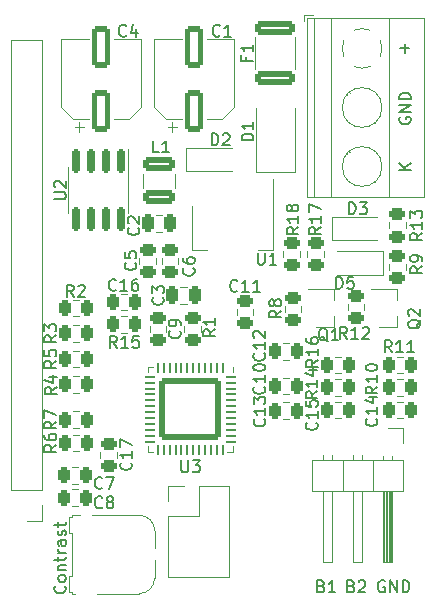
<source format=gto>
G04 #@! TF.GenerationSoftware,KiCad,Pcbnew,6.0.7-f9a2dced07~116~ubuntu20.04.1*
G04 #@! TF.CreationDate,2023-01-10T10:48:59+01:00*
G04 #@! TF.ProjectId,Td5Gauge_SMD_ESP32,54643547-6175-4676-955f-534d445f4553,rev?*
G04 #@! TF.SameCoordinates,Original*
G04 #@! TF.FileFunction,Legend,Top*
G04 #@! TF.FilePolarity,Positive*
%FSLAX46Y46*%
G04 Gerber Fmt 4.6, Leading zero omitted, Abs format (unit mm)*
G04 Created by KiCad (PCBNEW 6.0.7-f9a2dced07~116~ubuntu20.04.1) date 2023-01-10 10:48:59*
%MOMM*%
%LPD*%
G01*
G04 APERTURE LIST*
G04 Aperture macros list*
%AMRoundRect*
0 Rectangle with rounded corners*
0 $1 Rounding radius*
0 $2 $3 $4 $5 $6 $7 $8 $9 X,Y pos of 4 corners*
0 Add a 4 corners polygon primitive as box body*
4,1,4,$2,$3,$4,$5,$6,$7,$8,$9,$2,$3,0*
0 Add four circle primitives for the rounded corners*
1,1,$1+$1,$2,$3*
1,1,$1+$1,$4,$5*
1,1,$1+$1,$6,$7*
1,1,$1+$1,$8,$9*
0 Add four rect primitives between the rounded corners*
20,1,$1+$1,$2,$3,$4,$5,0*
20,1,$1+$1,$4,$5,$6,$7,0*
20,1,$1+$1,$6,$7,$8,$9,0*
20,1,$1+$1,$8,$9,$2,$3,0*%
G04 Aperture macros list end*
%ADD10C,0.200000*%
%ADD11C,0.150000*%
%ADD12C,0.120000*%
%ADD13R,1.550000X1.550000*%
%ADD14C,1.550000*%
%ADD15R,1.700000X1.700000*%
%ADD16O,1.700000X1.700000*%
%ADD17RoundRect,0.250000X0.550000X-1.500000X0.550000X1.500000X-0.550000X1.500000X-0.550000X-1.500000X0*%
%ADD18RoundRect,0.250000X0.250000X0.475000X-0.250000X0.475000X-0.250000X-0.475000X0.250000X-0.475000X0*%
%ADD19RoundRect,0.243750X-0.456250X0.243750X-0.456250X-0.243750X0.456250X-0.243750X0.456250X0.243750X0*%
%ADD20RoundRect,0.243750X0.243750X0.456250X-0.243750X0.456250X-0.243750X-0.456250X0.243750X-0.456250X0*%
%ADD21RoundRect,0.243750X0.456250X-0.243750X0.456250X0.243750X-0.456250X0.243750X-0.456250X-0.243750X0*%
%ADD22RoundRect,0.243750X-0.243750X-0.456250X0.243750X-0.456250X0.243750X0.456250X-0.243750X0.456250X0*%
%ADD23R,1.800000X2.500000*%
%ADD24R,1.100000X1.100000*%
%ADD25RoundRect,0.250000X-1.450000X0.312500X-1.450000X-0.312500X1.450000X-0.312500X1.450000X0.312500X0*%
%ADD26R,2.600000X2.600000*%
%ADD27C,2.600000*%
%ADD28R,0.900000X0.800000*%
%ADD29R,1.500000X2.000000*%
%ADD30R,3.800000X2.000000*%
%ADD31RoundRect,0.150000X-0.150000X0.825000X-0.150000X-0.825000X0.150000X-0.825000X0.150000X0.825000X0*%
%ADD32RoundRect,0.062500X-0.062500X0.337500X-0.062500X-0.337500X0.062500X-0.337500X0.062500X0.337500X0*%
%ADD33RoundRect,0.062500X-0.337500X0.062500X-0.337500X-0.062500X0.337500X-0.062500X0.337500X0.062500X0*%
%ADD34RoundRect,0.249100X-2.400900X2.400900X-2.400900X-2.400900X2.400900X-2.400900X2.400900X2.400900X0*%
%ADD35RoundRect,0.250000X-1.075000X0.375000X-1.075000X-0.375000X1.075000X-0.375000X1.075000X0.375000X0*%
%ADD36C,3.200000*%
G04 APERTURE END LIST*
D10*
X93575238Y-98734571D02*
X93718095Y-98782190D01*
X93765714Y-98829809D01*
X93813333Y-98925047D01*
X93813333Y-99067904D01*
X93765714Y-99163142D01*
X93718095Y-99210761D01*
X93622857Y-99258380D01*
X93241904Y-99258380D01*
X93241904Y-98258380D01*
X93575238Y-98258380D01*
X93670476Y-98306000D01*
X93718095Y-98353619D01*
X93765714Y-98448857D01*
X93765714Y-98544095D01*
X93718095Y-98639333D01*
X93670476Y-98686952D01*
X93575238Y-98734571D01*
X93241904Y-98734571D01*
X94194285Y-98353619D02*
X94241904Y-98306000D01*
X94337142Y-98258380D01*
X94575238Y-98258380D01*
X94670476Y-98306000D01*
X94718095Y-98353619D01*
X94765714Y-98448857D01*
X94765714Y-98544095D01*
X94718095Y-98686952D01*
X94146666Y-99258380D01*
X94765714Y-99258380D01*
X91035238Y-98734571D02*
X91178095Y-98782190D01*
X91225714Y-98829809D01*
X91273333Y-98925047D01*
X91273333Y-99067904D01*
X91225714Y-99163142D01*
X91178095Y-99210761D01*
X91082857Y-99258380D01*
X90701904Y-99258380D01*
X90701904Y-98258380D01*
X91035238Y-98258380D01*
X91130476Y-98306000D01*
X91178095Y-98353619D01*
X91225714Y-98448857D01*
X91225714Y-98544095D01*
X91178095Y-98639333D01*
X91130476Y-98686952D01*
X91035238Y-98734571D01*
X90701904Y-98734571D01*
X92225714Y-99258380D02*
X91654285Y-99258380D01*
X91940000Y-99258380D02*
X91940000Y-98258380D01*
X91844761Y-98401238D01*
X91749523Y-98496476D01*
X91654285Y-98544095D01*
X98623380Y-63507904D02*
X97623380Y-63507904D01*
X98623380Y-62936476D02*
X98051952Y-63365047D01*
X97623380Y-62936476D02*
X98194809Y-63507904D01*
X69318142Y-98726333D02*
X69365761Y-98773952D01*
X69413380Y-98916809D01*
X69413380Y-99012047D01*
X69365761Y-99154904D01*
X69270523Y-99250142D01*
X69175285Y-99297761D01*
X68984809Y-99345380D01*
X68841952Y-99345380D01*
X68651476Y-99297761D01*
X68556238Y-99250142D01*
X68461000Y-99154904D01*
X68413380Y-99012047D01*
X68413380Y-98916809D01*
X68461000Y-98773952D01*
X68508619Y-98726333D01*
X69413380Y-98154904D02*
X69365761Y-98250142D01*
X69318142Y-98297761D01*
X69222904Y-98345380D01*
X68937190Y-98345380D01*
X68841952Y-98297761D01*
X68794333Y-98250142D01*
X68746714Y-98154904D01*
X68746714Y-98012047D01*
X68794333Y-97916809D01*
X68841952Y-97869190D01*
X68937190Y-97821571D01*
X69222904Y-97821571D01*
X69318142Y-97869190D01*
X69365761Y-97916809D01*
X69413380Y-98012047D01*
X69413380Y-98154904D01*
X68746714Y-97393000D02*
X69413380Y-97393000D01*
X68841952Y-97393000D02*
X68794333Y-97345380D01*
X68746714Y-97250142D01*
X68746714Y-97107285D01*
X68794333Y-97012047D01*
X68889571Y-96964428D01*
X69413380Y-96964428D01*
X68746714Y-96631095D02*
X68746714Y-96250142D01*
X68413380Y-96488238D02*
X69270523Y-96488238D01*
X69365761Y-96440619D01*
X69413380Y-96345380D01*
X69413380Y-96250142D01*
X69413380Y-95916809D02*
X68746714Y-95916809D01*
X68937190Y-95916809D02*
X68841952Y-95869190D01*
X68794333Y-95821571D01*
X68746714Y-95726333D01*
X68746714Y-95631095D01*
X69413380Y-94869190D02*
X68889571Y-94869190D01*
X68794333Y-94916809D01*
X68746714Y-95012047D01*
X68746714Y-95202523D01*
X68794333Y-95297761D01*
X69365761Y-94869190D02*
X69413380Y-94964428D01*
X69413380Y-95202523D01*
X69365761Y-95297761D01*
X69270523Y-95345380D01*
X69175285Y-95345380D01*
X69080047Y-95297761D01*
X69032428Y-95202523D01*
X69032428Y-94964428D01*
X68984809Y-94869190D01*
X69365761Y-94440619D02*
X69413380Y-94345380D01*
X69413380Y-94154904D01*
X69365761Y-94059666D01*
X69270523Y-94012047D01*
X69222904Y-94012047D01*
X69127666Y-94059666D01*
X69080047Y-94154904D01*
X69080047Y-94297761D01*
X69032428Y-94393000D01*
X68937190Y-94440619D01*
X68889571Y-94440619D01*
X68794333Y-94393000D01*
X68746714Y-94297761D01*
X68746714Y-94154904D01*
X68794333Y-94059666D01*
X68746714Y-93726333D02*
X68746714Y-93345380D01*
X68413380Y-93583476D02*
X69270523Y-93583476D01*
X69365761Y-93535857D01*
X69413380Y-93440619D01*
X69413380Y-93345380D01*
X98115428Y-53593952D02*
X98115428Y-52832047D01*
X98496380Y-53213000D02*
X97734476Y-53213000D01*
X97671000Y-59054904D02*
X97623380Y-59150142D01*
X97623380Y-59293000D01*
X97671000Y-59435857D01*
X97766238Y-59531095D01*
X97861476Y-59578714D01*
X98051952Y-59626333D01*
X98194809Y-59626333D01*
X98385285Y-59578714D01*
X98480523Y-59531095D01*
X98575761Y-59435857D01*
X98623380Y-59293000D01*
X98623380Y-59197761D01*
X98575761Y-59054904D01*
X98528142Y-59007285D01*
X98194809Y-59007285D01*
X98194809Y-59197761D01*
X98623380Y-58578714D02*
X97623380Y-58578714D01*
X98623380Y-58007285D01*
X97623380Y-58007285D01*
X98623380Y-57531095D02*
X97623380Y-57531095D01*
X97623380Y-57293000D01*
X97671000Y-57150142D01*
X97766238Y-57054904D01*
X97861476Y-57007285D01*
X98051952Y-56959666D01*
X98194809Y-56959666D01*
X98385285Y-57007285D01*
X98480523Y-57054904D01*
X98575761Y-57150142D01*
X98623380Y-57293000D01*
X98623380Y-57531095D01*
X96393095Y-98306000D02*
X96297857Y-98258380D01*
X96155000Y-98258380D01*
X96012142Y-98306000D01*
X95916904Y-98401238D01*
X95869285Y-98496476D01*
X95821666Y-98686952D01*
X95821666Y-98829809D01*
X95869285Y-99020285D01*
X95916904Y-99115523D01*
X96012142Y-99210761D01*
X96155000Y-99258380D01*
X96250238Y-99258380D01*
X96393095Y-99210761D01*
X96440714Y-99163142D01*
X96440714Y-98829809D01*
X96250238Y-98829809D01*
X96869285Y-99258380D02*
X96869285Y-98258380D01*
X97440714Y-99258380D01*
X97440714Y-98258380D01*
X97916904Y-99258380D02*
X97916904Y-98258380D01*
X98155000Y-98258380D01*
X98297857Y-98306000D01*
X98393095Y-98401238D01*
X98440714Y-98496476D01*
X98488333Y-98686952D01*
X98488333Y-98829809D01*
X98440714Y-99020285D01*
X98393095Y-99115523D01*
X98297857Y-99210761D01*
X98155000Y-99258380D01*
X97916904Y-99258380D01*
D11*
X82446833Y-52109642D02*
X82399214Y-52157261D01*
X82256357Y-52204880D01*
X82161119Y-52204880D01*
X82018261Y-52157261D01*
X81923023Y-52062023D01*
X81875404Y-51966785D01*
X81827785Y-51776309D01*
X81827785Y-51633452D01*
X81875404Y-51442976D01*
X81923023Y-51347738D01*
X82018261Y-51252500D01*
X82161119Y-51204880D01*
X82256357Y-51204880D01*
X82399214Y-51252500D01*
X82446833Y-51300119D01*
X83399214Y-52204880D02*
X82827785Y-52204880D01*
X83113500Y-52204880D02*
X83113500Y-51204880D01*
X83018261Y-51347738D01*
X82923023Y-51442976D01*
X82827785Y-51490595D01*
X75541142Y-68391066D02*
X75588761Y-68438685D01*
X75636380Y-68581542D01*
X75636380Y-68676780D01*
X75588761Y-68819638D01*
X75493523Y-68914876D01*
X75398285Y-68962495D01*
X75207809Y-69010114D01*
X75064952Y-69010114D01*
X74874476Y-68962495D01*
X74779238Y-68914876D01*
X74684000Y-68819638D01*
X74636380Y-68676780D01*
X74636380Y-68581542D01*
X74684000Y-68438685D01*
X74731619Y-68391066D01*
X74731619Y-68010114D02*
X74684000Y-67962495D01*
X74636380Y-67867257D01*
X74636380Y-67629161D01*
X74684000Y-67533923D01*
X74731619Y-67486304D01*
X74826857Y-67438685D01*
X74922095Y-67438685D01*
X75064952Y-67486304D01*
X75636380Y-68057733D01*
X75636380Y-67438685D01*
X74509333Y-52109642D02*
X74461714Y-52157261D01*
X74318857Y-52204880D01*
X74223619Y-52204880D01*
X74080761Y-52157261D01*
X73985523Y-52062023D01*
X73937904Y-51966785D01*
X73890285Y-51776309D01*
X73890285Y-51633452D01*
X73937904Y-51442976D01*
X73985523Y-51347738D01*
X74080761Y-51252500D01*
X74223619Y-51204880D01*
X74318857Y-51204880D01*
X74461714Y-51252500D01*
X74509333Y-51300119D01*
X75366476Y-51538214D02*
X75366476Y-52204880D01*
X75128380Y-51157261D02*
X74890285Y-51871547D01*
X75509333Y-51871547D01*
X80214742Y-71820066D02*
X80262361Y-71867685D01*
X80309980Y-72010542D01*
X80309980Y-72105780D01*
X80262361Y-72248638D01*
X80167123Y-72343876D01*
X80071885Y-72391495D01*
X79881409Y-72439114D01*
X79738552Y-72439114D01*
X79548076Y-72391495D01*
X79452838Y-72343876D01*
X79357600Y-72248638D01*
X79309980Y-72105780D01*
X79309980Y-72010542D01*
X79357600Y-71867685D01*
X79405219Y-71820066D01*
X79309980Y-70962923D02*
X79309980Y-71153400D01*
X79357600Y-71248638D01*
X79405219Y-71296257D01*
X79548076Y-71391495D01*
X79738552Y-71439114D01*
X80119504Y-71439114D01*
X80214742Y-71391495D01*
X80262361Y-71343876D01*
X80309980Y-71248638D01*
X80309980Y-71058161D01*
X80262361Y-70962923D01*
X80214742Y-70915304D01*
X80119504Y-70867685D01*
X79881409Y-70867685D01*
X79786171Y-70915304D01*
X79738552Y-70962923D01*
X79690933Y-71058161D01*
X79690933Y-71248638D01*
X79738552Y-71343876D01*
X79786171Y-71391495D01*
X79881409Y-71439114D01*
X72477333Y-90400142D02*
X72429714Y-90447761D01*
X72286857Y-90495380D01*
X72191619Y-90495380D01*
X72048761Y-90447761D01*
X71953523Y-90352523D01*
X71905904Y-90257285D01*
X71858285Y-90066809D01*
X71858285Y-89923952D01*
X71905904Y-89733476D01*
X71953523Y-89638238D01*
X72048761Y-89543000D01*
X72191619Y-89495380D01*
X72286857Y-89495380D01*
X72429714Y-89543000D01*
X72477333Y-89590619D01*
X72810666Y-89495380D02*
X73477333Y-89495380D01*
X73048761Y-90495380D01*
X79033642Y-77128666D02*
X79081261Y-77176285D01*
X79128880Y-77319142D01*
X79128880Y-77414380D01*
X79081261Y-77557238D01*
X78986023Y-77652476D01*
X78890785Y-77700095D01*
X78700309Y-77747714D01*
X78557452Y-77747714D01*
X78366976Y-77700095D01*
X78271738Y-77652476D01*
X78176500Y-77557238D01*
X78128880Y-77414380D01*
X78128880Y-77319142D01*
X78176500Y-77176285D01*
X78224119Y-77128666D01*
X79128880Y-76652476D02*
X79128880Y-76462000D01*
X79081261Y-76366761D01*
X79033642Y-76319142D01*
X78890785Y-76223904D01*
X78700309Y-76176285D01*
X78319357Y-76176285D01*
X78224119Y-76223904D01*
X78176500Y-76271523D01*
X78128880Y-76366761D01*
X78128880Y-76557238D01*
X78176500Y-76652476D01*
X78224119Y-76700095D01*
X78319357Y-76747714D01*
X78557452Y-76747714D01*
X78652690Y-76700095D01*
X78700309Y-76652476D01*
X78747928Y-76557238D01*
X78747928Y-76366761D01*
X78700309Y-76271523D01*
X78652690Y-76223904D01*
X78557452Y-76176285D01*
X86183742Y-81846657D02*
X86231361Y-81894276D01*
X86278980Y-82037133D01*
X86278980Y-82132371D01*
X86231361Y-82275228D01*
X86136123Y-82370466D01*
X86040885Y-82418085D01*
X85850409Y-82465704D01*
X85707552Y-82465704D01*
X85517076Y-82418085D01*
X85421838Y-82370466D01*
X85326600Y-82275228D01*
X85278980Y-82132371D01*
X85278980Y-82037133D01*
X85326600Y-81894276D01*
X85374219Y-81846657D01*
X86278980Y-80894276D02*
X86278980Y-81465704D01*
X86278980Y-81179990D02*
X85278980Y-81179990D01*
X85421838Y-81275228D01*
X85517076Y-81370466D01*
X85564695Y-81465704D01*
X85278980Y-80275228D02*
X85278980Y-80179990D01*
X85326600Y-80084752D01*
X85374219Y-80037133D01*
X85469457Y-79989514D01*
X85659933Y-79941895D01*
X85898028Y-79941895D01*
X86088504Y-79989514D01*
X86183742Y-80037133D01*
X86231361Y-80084752D01*
X86278980Y-80179990D01*
X86278980Y-80275228D01*
X86231361Y-80370466D01*
X86183742Y-80418085D01*
X86088504Y-80465704D01*
X85898028Y-80513323D01*
X85659933Y-80513323D01*
X85469457Y-80465704D01*
X85374219Y-80418085D01*
X85326600Y-80370466D01*
X85278980Y-80275228D01*
X83939142Y-73712342D02*
X83891523Y-73759961D01*
X83748666Y-73807580D01*
X83653428Y-73807580D01*
X83510571Y-73759961D01*
X83415333Y-73664723D01*
X83367714Y-73569485D01*
X83320095Y-73379009D01*
X83320095Y-73236152D01*
X83367714Y-73045676D01*
X83415333Y-72950438D01*
X83510571Y-72855200D01*
X83653428Y-72807580D01*
X83748666Y-72807580D01*
X83891523Y-72855200D01*
X83939142Y-72902819D01*
X84891523Y-73807580D02*
X84320095Y-73807580D01*
X84605809Y-73807580D02*
X84605809Y-72807580D01*
X84510571Y-72950438D01*
X84415333Y-73045676D01*
X84320095Y-73093295D01*
X85843904Y-73807580D02*
X85272476Y-73807580D01*
X85558190Y-73807580D02*
X85558190Y-72807580D01*
X85462952Y-72950438D01*
X85367714Y-73045676D01*
X85272476Y-73093295D01*
X86183742Y-79027257D02*
X86231361Y-79074876D01*
X86278980Y-79217733D01*
X86278980Y-79312971D01*
X86231361Y-79455828D01*
X86136123Y-79551066D01*
X86040885Y-79598685D01*
X85850409Y-79646304D01*
X85707552Y-79646304D01*
X85517076Y-79598685D01*
X85421838Y-79551066D01*
X85326600Y-79455828D01*
X85278980Y-79312971D01*
X85278980Y-79217733D01*
X85326600Y-79074876D01*
X85374219Y-79027257D01*
X86278980Y-78074876D02*
X86278980Y-78646304D01*
X86278980Y-78360590D02*
X85278980Y-78360590D01*
X85421838Y-78455828D01*
X85517076Y-78551066D01*
X85564695Y-78646304D01*
X85374219Y-77693923D02*
X85326600Y-77646304D01*
X85278980Y-77551066D01*
X85278980Y-77312971D01*
X85326600Y-77217733D01*
X85374219Y-77170114D01*
X85469457Y-77122495D01*
X85564695Y-77122495D01*
X85707552Y-77170114D01*
X86278980Y-77741542D01*
X86278980Y-77122495D01*
X86209142Y-84589857D02*
X86256761Y-84637476D01*
X86304380Y-84780333D01*
X86304380Y-84875571D01*
X86256761Y-85018428D01*
X86161523Y-85113666D01*
X86066285Y-85161285D01*
X85875809Y-85208904D01*
X85732952Y-85208904D01*
X85542476Y-85161285D01*
X85447238Y-85113666D01*
X85352000Y-85018428D01*
X85304380Y-84875571D01*
X85304380Y-84780333D01*
X85352000Y-84637476D01*
X85399619Y-84589857D01*
X86304380Y-83637476D02*
X86304380Y-84208904D01*
X86304380Y-83923190D02*
X85304380Y-83923190D01*
X85447238Y-84018428D01*
X85542476Y-84113666D01*
X85590095Y-84208904D01*
X85304380Y-83304142D02*
X85304380Y-82685095D01*
X85685333Y-83018428D01*
X85685333Y-82875571D01*
X85732952Y-82780333D01*
X85780571Y-82732714D01*
X85875809Y-82685095D01*
X86113904Y-82685095D01*
X86209142Y-82732714D01*
X86256761Y-82780333D01*
X86304380Y-82875571D01*
X86304380Y-83161285D01*
X86256761Y-83256523D01*
X86209142Y-83304142D01*
X95683342Y-84564457D02*
X95730961Y-84612076D01*
X95778580Y-84754933D01*
X95778580Y-84850171D01*
X95730961Y-84993028D01*
X95635723Y-85088266D01*
X95540485Y-85135885D01*
X95350009Y-85183504D01*
X95207152Y-85183504D01*
X95016676Y-85135885D01*
X94921438Y-85088266D01*
X94826200Y-84993028D01*
X94778580Y-84850171D01*
X94778580Y-84754933D01*
X94826200Y-84612076D01*
X94873819Y-84564457D01*
X95778580Y-83612076D02*
X95778580Y-84183504D01*
X95778580Y-83897790D02*
X94778580Y-83897790D01*
X94921438Y-83993028D01*
X95016676Y-84088266D01*
X95064295Y-84183504D01*
X95111914Y-82754933D02*
X95778580Y-82754933D01*
X94730961Y-82993028D02*
X95445247Y-83231123D01*
X95445247Y-82612076D01*
X90628742Y-84894657D02*
X90676361Y-84942276D01*
X90723980Y-85085133D01*
X90723980Y-85180371D01*
X90676361Y-85323228D01*
X90581123Y-85418466D01*
X90485885Y-85466085D01*
X90295409Y-85513704D01*
X90152552Y-85513704D01*
X89962076Y-85466085D01*
X89866838Y-85418466D01*
X89771600Y-85323228D01*
X89723980Y-85180371D01*
X89723980Y-85085133D01*
X89771600Y-84942276D01*
X89819219Y-84894657D01*
X90723980Y-83942276D02*
X90723980Y-84513704D01*
X90723980Y-84227990D02*
X89723980Y-84227990D01*
X89866838Y-84323228D01*
X89962076Y-84418466D01*
X90009695Y-84513704D01*
X89723980Y-83037514D02*
X89723980Y-83513704D01*
X90200171Y-83561323D01*
X90152552Y-83513704D01*
X90104933Y-83418466D01*
X90104933Y-83180371D01*
X90152552Y-83085133D01*
X90200171Y-83037514D01*
X90295409Y-82989895D01*
X90533504Y-82989895D01*
X90628742Y-83037514D01*
X90676361Y-83085133D01*
X90723980Y-83180371D01*
X90723980Y-83418466D01*
X90676361Y-83513704D01*
X90628742Y-83561323D01*
X73652142Y-73636142D02*
X73604523Y-73683761D01*
X73461666Y-73731380D01*
X73366428Y-73731380D01*
X73223571Y-73683761D01*
X73128333Y-73588523D01*
X73080714Y-73493285D01*
X73033095Y-73302809D01*
X73033095Y-73159952D01*
X73080714Y-72969476D01*
X73128333Y-72874238D01*
X73223571Y-72779000D01*
X73366428Y-72731380D01*
X73461666Y-72731380D01*
X73604523Y-72779000D01*
X73652142Y-72826619D01*
X74604523Y-73731380D02*
X74033095Y-73731380D01*
X74318809Y-73731380D02*
X74318809Y-72731380D01*
X74223571Y-72874238D01*
X74128333Y-72969476D01*
X74033095Y-73017095D01*
X75461666Y-72731380D02*
X75271190Y-72731380D01*
X75175952Y-72779000D01*
X75128333Y-72826619D01*
X75033095Y-72969476D01*
X74985476Y-73159952D01*
X74985476Y-73540904D01*
X75033095Y-73636142D01*
X75080714Y-73683761D01*
X75175952Y-73731380D01*
X75366428Y-73731380D01*
X75461666Y-73683761D01*
X75509285Y-73636142D01*
X75556904Y-73540904D01*
X75556904Y-73302809D01*
X75509285Y-73207571D01*
X75461666Y-73159952D01*
X75366428Y-73112333D01*
X75175952Y-73112333D01*
X75080714Y-73159952D01*
X75033095Y-73207571D01*
X74985476Y-73302809D01*
X85288380Y-60999595D02*
X84288380Y-60999595D01*
X84288380Y-60761500D01*
X84336000Y-60618642D01*
X84431238Y-60523404D01*
X84526476Y-60475785D01*
X84716952Y-60428166D01*
X84859809Y-60428166D01*
X85050285Y-60475785D01*
X85145523Y-60523404D01*
X85240761Y-60618642D01*
X85288380Y-60761500D01*
X85288380Y-60999595D01*
X85288380Y-59475785D02*
X85288380Y-60047214D01*
X85288380Y-59761500D02*
X84288380Y-59761500D01*
X84431238Y-59856738D01*
X84526476Y-59951976D01*
X84574095Y-60047214D01*
X81748404Y-61412380D02*
X81748404Y-60412380D01*
X81986500Y-60412380D01*
X82129357Y-60460000D01*
X82224595Y-60555238D01*
X82272214Y-60650476D01*
X82319833Y-60840952D01*
X82319833Y-60983809D01*
X82272214Y-61174285D01*
X82224595Y-61269523D01*
X82129357Y-61364761D01*
X81986500Y-61412380D01*
X81748404Y-61412380D01*
X82700785Y-60507619D02*
X82748404Y-60460000D01*
X82843642Y-60412380D01*
X83081738Y-60412380D01*
X83176976Y-60460000D01*
X83224595Y-60507619D01*
X83272214Y-60602857D01*
X83272214Y-60698095D01*
X83224595Y-60840952D01*
X82653166Y-61412380D01*
X83272214Y-61412380D01*
X92276704Y-73553580D02*
X92276704Y-72553580D01*
X92514800Y-72553580D01*
X92657657Y-72601200D01*
X92752895Y-72696438D01*
X92800514Y-72791676D01*
X92848133Y-72982152D01*
X92848133Y-73125009D01*
X92800514Y-73315485D01*
X92752895Y-73410723D01*
X92657657Y-73505961D01*
X92514800Y-73553580D01*
X92276704Y-73553580D01*
X93752895Y-72553580D02*
X93276704Y-72553580D01*
X93229085Y-73029771D01*
X93276704Y-72982152D01*
X93371942Y-72934533D01*
X93610038Y-72934533D01*
X93705276Y-72982152D01*
X93752895Y-73029771D01*
X93800514Y-73125009D01*
X93800514Y-73363104D01*
X93752895Y-73458342D01*
X93705276Y-73505961D01*
X93610038Y-73553580D01*
X93371942Y-73553580D01*
X93276704Y-73505961D01*
X93229085Y-73458342D01*
X84701071Y-53927333D02*
X84701071Y-54260666D01*
X85224880Y-54260666D02*
X84224880Y-54260666D01*
X84224880Y-53784476D01*
X85224880Y-52879714D02*
X85224880Y-53451142D01*
X85224880Y-53165428D02*
X84224880Y-53165428D01*
X84367738Y-53260666D01*
X84462976Y-53355904D01*
X84510595Y-53451142D01*
X91573361Y-78017619D02*
X91478123Y-77970000D01*
X91382885Y-77874761D01*
X91240028Y-77731904D01*
X91144790Y-77684285D01*
X91049552Y-77684285D01*
X91097171Y-77922380D02*
X91001933Y-77874761D01*
X90906695Y-77779523D01*
X90859076Y-77589047D01*
X90859076Y-77255714D01*
X90906695Y-77065238D01*
X91001933Y-76970000D01*
X91097171Y-76922380D01*
X91287647Y-76922380D01*
X91382885Y-76970000D01*
X91478123Y-77065238D01*
X91525742Y-77255714D01*
X91525742Y-77589047D01*
X91478123Y-77779523D01*
X91382885Y-77874761D01*
X91287647Y-77922380D01*
X91097171Y-77922380D01*
X92478123Y-77922380D02*
X91906695Y-77922380D01*
X92192409Y-77922380D02*
X92192409Y-76922380D01*
X92097171Y-77065238D01*
X92001933Y-77160476D01*
X91906695Y-77208095D01*
X68587880Y-77509666D02*
X68111690Y-77843000D01*
X68587880Y-78081095D02*
X67587880Y-78081095D01*
X67587880Y-77700142D01*
X67635500Y-77604904D01*
X67683119Y-77557285D01*
X67778357Y-77509666D01*
X67921214Y-77509666D01*
X68016452Y-77557285D01*
X68064071Y-77604904D01*
X68111690Y-77700142D01*
X68111690Y-78081095D01*
X67587880Y-77176333D02*
X67587880Y-76557285D01*
X67968833Y-76890619D01*
X67968833Y-76747761D01*
X68016452Y-76652523D01*
X68064071Y-76604904D01*
X68159309Y-76557285D01*
X68397404Y-76557285D01*
X68492642Y-76604904D01*
X68540261Y-76652523D01*
X68587880Y-76747761D01*
X68587880Y-77033476D01*
X68540261Y-77128714D01*
X68492642Y-77176333D01*
X68587880Y-79668666D02*
X68111690Y-80002000D01*
X68587880Y-80240095D02*
X67587880Y-80240095D01*
X67587880Y-79859142D01*
X67635500Y-79763904D01*
X67683119Y-79716285D01*
X67778357Y-79668666D01*
X67921214Y-79668666D01*
X68016452Y-79716285D01*
X68064071Y-79763904D01*
X68111690Y-79859142D01*
X68111690Y-80240095D01*
X67587880Y-78763904D02*
X67587880Y-79240095D01*
X68064071Y-79287714D01*
X68016452Y-79240095D01*
X67968833Y-79144857D01*
X67968833Y-78906761D01*
X68016452Y-78811523D01*
X68064071Y-78763904D01*
X68159309Y-78716285D01*
X68397404Y-78716285D01*
X68492642Y-78763904D01*
X68540261Y-78811523D01*
X68587880Y-78906761D01*
X68587880Y-79144857D01*
X68540261Y-79240095D01*
X68492642Y-79287714D01*
X68587880Y-84812166D02*
X68111690Y-85145500D01*
X68587880Y-85383595D02*
X67587880Y-85383595D01*
X67587880Y-85002642D01*
X67635500Y-84907404D01*
X67683119Y-84859785D01*
X67778357Y-84812166D01*
X67921214Y-84812166D01*
X68016452Y-84859785D01*
X68064071Y-84907404D01*
X68111690Y-85002642D01*
X68111690Y-85383595D01*
X67587880Y-84478833D02*
X67587880Y-83812166D01*
X68587880Y-84240738D01*
X87637880Y-75414166D02*
X87161690Y-75747500D01*
X87637880Y-75985595D02*
X86637880Y-75985595D01*
X86637880Y-75604642D01*
X86685500Y-75509404D01*
X86733119Y-75461785D01*
X86828357Y-75414166D01*
X86971214Y-75414166D01*
X87066452Y-75461785D01*
X87114071Y-75509404D01*
X87161690Y-75604642D01*
X87161690Y-75985595D01*
X87066452Y-74842738D02*
X87018833Y-74937976D01*
X86971214Y-74985595D01*
X86875976Y-75033214D01*
X86828357Y-75033214D01*
X86733119Y-74985595D01*
X86685500Y-74937976D01*
X86637880Y-74842738D01*
X86637880Y-74652261D01*
X86685500Y-74557023D01*
X86733119Y-74509404D01*
X86828357Y-74461785D01*
X86875976Y-74461785D01*
X86971214Y-74509404D01*
X87018833Y-74557023D01*
X87066452Y-74652261D01*
X87066452Y-74842738D01*
X87114071Y-74937976D01*
X87161690Y-74985595D01*
X87256928Y-75033214D01*
X87447404Y-75033214D01*
X87542642Y-74985595D01*
X87590261Y-74937976D01*
X87637880Y-74842738D01*
X87637880Y-74652261D01*
X87590261Y-74557023D01*
X87542642Y-74509404D01*
X87447404Y-74461785D01*
X87256928Y-74461785D01*
X87161690Y-74509404D01*
X87114071Y-74557023D01*
X87066452Y-74652261D01*
X99575880Y-71667666D02*
X99099690Y-72001000D01*
X99575880Y-72239095D02*
X98575880Y-72239095D01*
X98575880Y-71858142D01*
X98623500Y-71762904D01*
X98671119Y-71715285D01*
X98766357Y-71667666D01*
X98909214Y-71667666D01*
X99004452Y-71715285D01*
X99052071Y-71762904D01*
X99099690Y-71858142D01*
X99099690Y-72239095D01*
X99575880Y-71191476D02*
X99575880Y-71001000D01*
X99528261Y-70905761D01*
X99480642Y-70858142D01*
X99337785Y-70762904D01*
X99147309Y-70715285D01*
X98766357Y-70715285D01*
X98671119Y-70762904D01*
X98623500Y-70810523D01*
X98575880Y-70905761D01*
X98575880Y-71096238D01*
X98623500Y-71191476D01*
X98671119Y-71239095D01*
X98766357Y-71286714D01*
X99004452Y-71286714D01*
X99099690Y-71239095D01*
X99147309Y-71191476D01*
X99194928Y-71096238D01*
X99194928Y-70905761D01*
X99147309Y-70810523D01*
X99099690Y-70762904D01*
X99004452Y-70715285D01*
X95778580Y-81846657D02*
X95302390Y-82179990D01*
X95778580Y-82418085D02*
X94778580Y-82418085D01*
X94778580Y-82037133D01*
X94826200Y-81941895D01*
X94873819Y-81894276D01*
X94969057Y-81846657D01*
X95111914Y-81846657D01*
X95207152Y-81894276D01*
X95254771Y-81941895D01*
X95302390Y-82037133D01*
X95302390Y-82418085D01*
X95778580Y-80894276D02*
X95778580Y-81465704D01*
X95778580Y-81179990D02*
X94778580Y-81179990D01*
X94921438Y-81275228D01*
X95016676Y-81370466D01*
X95064295Y-81465704D01*
X94778580Y-80275228D02*
X94778580Y-80179990D01*
X94826200Y-80084752D01*
X94873819Y-80037133D01*
X94969057Y-79989514D01*
X95159533Y-79941895D01*
X95397628Y-79941895D01*
X95588104Y-79989514D01*
X95683342Y-80037133D01*
X95730961Y-80084752D01*
X95778580Y-80179990D01*
X95778580Y-80275228D01*
X95730961Y-80370466D01*
X95683342Y-80418085D01*
X95588104Y-80465704D01*
X95397628Y-80513323D01*
X95159533Y-80513323D01*
X94969057Y-80465704D01*
X94873819Y-80418085D01*
X94826200Y-80370466D01*
X94778580Y-80275228D01*
X96994742Y-78938380D02*
X96661409Y-78462190D01*
X96423314Y-78938380D02*
X96423314Y-77938380D01*
X96804266Y-77938380D01*
X96899504Y-77986000D01*
X96947123Y-78033619D01*
X96994742Y-78128857D01*
X96994742Y-78271714D01*
X96947123Y-78366952D01*
X96899504Y-78414571D01*
X96804266Y-78462190D01*
X96423314Y-78462190D01*
X97947123Y-78938380D02*
X97375695Y-78938380D01*
X97661409Y-78938380D02*
X97661409Y-77938380D01*
X97566171Y-78081238D01*
X97470933Y-78176476D01*
X97375695Y-78224095D01*
X98899504Y-78938380D02*
X98328076Y-78938380D01*
X98613790Y-78938380D02*
X98613790Y-77938380D01*
X98518552Y-78081238D01*
X98423314Y-78176476D01*
X98328076Y-78224095D01*
X93210142Y-77795380D02*
X92876809Y-77319190D01*
X92638714Y-77795380D02*
X92638714Y-76795380D01*
X93019666Y-76795380D01*
X93114904Y-76843000D01*
X93162523Y-76890619D01*
X93210142Y-76985857D01*
X93210142Y-77128714D01*
X93162523Y-77223952D01*
X93114904Y-77271571D01*
X93019666Y-77319190D01*
X92638714Y-77319190D01*
X94162523Y-77795380D02*
X93591095Y-77795380D01*
X93876809Y-77795380D02*
X93876809Y-76795380D01*
X93781571Y-76938238D01*
X93686333Y-77033476D01*
X93591095Y-77081095D01*
X94543476Y-76890619D02*
X94591095Y-76843000D01*
X94686333Y-76795380D01*
X94924428Y-76795380D01*
X95019666Y-76843000D01*
X95067285Y-76890619D01*
X95114904Y-76985857D01*
X95114904Y-77081095D01*
X95067285Y-77223952D01*
X94495857Y-77795380D01*
X95114904Y-77795380D01*
X90698580Y-82253057D02*
X90222390Y-82586390D01*
X90698580Y-82824485D02*
X89698580Y-82824485D01*
X89698580Y-82443533D01*
X89746200Y-82348295D01*
X89793819Y-82300676D01*
X89889057Y-82253057D01*
X90031914Y-82253057D01*
X90127152Y-82300676D01*
X90174771Y-82348295D01*
X90222390Y-82443533D01*
X90222390Y-82824485D01*
X90698580Y-81300676D02*
X90698580Y-81872104D01*
X90698580Y-81586390D02*
X89698580Y-81586390D01*
X89841438Y-81681628D01*
X89936676Y-81776866D01*
X89984295Y-81872104D01*
X90031914Y-80443533D02*
X90698580Y-80443533D01*
X89650961Y-80681628D02*
X90365247Y-80919723D01*
X90365247Y-80300676D01*
X73715642Y-78557380D02*
X73382309Y-78081190D01*
X73144214Y-78557380D02*
X73144214Y-77557380D01*
X73525166Y-77557380D01*
X73620404Y-77605000D01*
X73668023Y-77652619D01*
X73715642Y-77747857D01*
X73715642Y-77890714D01*
X73668023Y-77985952D01*
X73620404Y-78033571D01*
X73525166Y-78081190D01*
X73144214Y-78081190D01*
X74668023Y-78557380D02*
X74096595Y-78557380D01*
X74382309Y-78557380D02*
X74382309Y-77557380D01*
X74287071Y-77700238D01*
X74191833Y-77795476D01*
X74096595Y-77843095D01*
X75572785Y-77557380D02*
X75096595Y-77557380D01*
X75048976Y-78033571D01*
X75096595Y-77985952D01*
X75191833Y-77938333D01*
X75429928Y-77938333D01*
X75525166Y-77985952D01*
X75572785Y-78033571D01*
X75620404Y-78128809D01*
X75620404Y-78366904D01*
X75572785Y-78462142D01*
X75525166Y-78509761D01*
X75429928Y-78557380D01*
X75191833Y-78557380D01*
X75096595Y-78509761D01*
X75048976Y-78462142D01*
X90749380Y-79573357D02*
X90273190Y-79906690D01*
X90749380Y-80144785D02*
X89749380Y-80144785D01*
X89749380Y-79763833D01*
X89797000Y-79668595D01*
X89844619Y-79620976D01*
X89939857Y-79573357D01*
X90082714Y-79573357D01*
X90177952Y-79620976D01*
X90225571Y-79668595D01*
X90273190Y-79763833D01*
X90273190Y-80144785D01*
X90749380Y-78620976D02*
X90749380Y-79192404D01*
X90749380Y-78906690D02*
X89749380Y-78906690D01*
X89892238Y-79001928D01*
X89987476Y-79097166D01*
X90035095Y-79192404D01*
X89749380Y-77763833D02*
X89749380Y-77954309D01*
X89797000Y-78049547D01*
X89844619Y-78097166D01*
X89987476Y-78192404D01*
X90177952Y-78240023D01*
X90558904Y-78240023D01*
X90654142Y-78192404D01*
X90701761Y-78144785D01*
X90749380Y-78049547D01*
X90749380Y-77859071D01*
X90701761Y-77763833D01*
X90654142Y-77716214D01*
X90558904Y-77668595D01*
X90320809Y-77668595D01*
X90225571Y-77716214D01*
X90177952Y-77763833D01*
X90130333Y-77859071D01*
X90130333Y-78049547D01*
X90177952Y-78144785D01*
X90225571Y-78192404D01*
X90320809Y-78240023D01*
X91003380Y-68333857D02*
X90527190Y-68667190D01*
X91003380Y-68905285D02*
X90003380Y-68905285D01*
X90003380Y-68524333D01*
X90051000Y-68429095D01*
X90098619Y-68381476D01*
X90193857Y-68333857D01*
X90336714Y-68333857D01*
X90431952Y-68381476D01*
X90479571Y-68429095D01*
X90527190Y-68524333D01*
X90527190Y-68905285D01*
X91003380Y-67381476D02*
X91003380Y-67952904D01*
X91003380Y-67667190D02*
X90003380Y-67667190D01*
X90146238Y-67762428D01*
X90241476Y-67857666D01*
X90289095Y-67952904D01*
X90003380Y-67048142D02*
X90003380Y-66381476D01*
X91003380Y-66810047D01*
X89098380Y-68333857D02*
X88622190Y-68667190D01*
X89098380Y-68905285D02*
X88098380Y-68905285D01*
X88098380Y-68524333D01*
X88146000Y-68429095D01*
X88193619Y-68381476D01*
X88288857Y-68333857D01*
X88431714Y-68333857D01*
X88526952Y-68381476D01*
X88574571Y-68429095D01*
X88622190Y-68524333D01*
X88622190Y-68905285D01*
X89098380Y-67381476D02*
X89098380Y-67952904D01*
X89098380Y-67667190D02*
X88098380Y-67667190D01*
X88241238Y-67762428D01*
X88336476Y-67857666D01*
X88384095Y-67952904D01*
X88526952Y-66810047D02*
X88479333Y-66905285D01*
X88431714Y-66952904D01*
X88336476Y-67000523D01*
X88288857Y-67000523D01*
X88193619Y-66952904D01*
X88146000Y-66905285D01*
X88098380Y-66810047D01*
X88098380Y-66619571D01*
X88146000Y-66524333D01*
X88193619Y-66476714D01*
X88288857Y-66429095D01*
X88336476Y-66429095D01*
X88431714Y-66476714D01*
X88479333Y-66524333D01*
X88526952Y-66619571D01*
X88526952Y-66810047D01*
X88574571Y-66905285D01*
X88622190Y-66952904D01*
X88717428Y-67000523D01*
X88907904Y-67000523D01*
X89003142Y-66952904D01*
X89050761Y-66905285D01*
X89098380Y-66810047D01*
X89098380Y-66619571D01*
X89050761Y-66524333D01*
X89003142Y-66476714D01*
X88907904Y-66429095D01*
X88717428Y-66429095D01*
X88622190Y-66476714D01*
X88574571Y-66524333D01*
X88526952Y-66619571D01*
X85661595Y-70508880D02*
X85661595Y-71318404D01*
X85709214Y-71413642D01*
X85756833Y-71461261D01*
X85852071Y-71508880D01*
X86042547Y-71508880D01*
X86137785Y-71461261D01*
X86185404Y-71413642D01*
X86233023Y-71318404D01*
X86233023Y-70508880D01*
X87233023Y-71508880D02*
X86661595Y-71508880D01*
X86947309Y-71508880D02*
X86947309Y-70508880D01*
X86852071Y-70651738D01*
X86756833Y-70746976D01*
X86661595Y-70794595D01*
X68413380Y-65976404D02*
X69222904Y-65976404D01*
X69318142Y-65928785D01*
X69365761Y-65881166D01*
X69413380Y-65785928D01*
X69413380Y-65595452D01*
X69365761Y-65500214D01*
X69318142Y-65452595D01*
X69222904Y-65404976D01*
X68413380Y-65404976D01*
X68508619Y-64976404D02*
X68461000Y-64928785D01*
X68413380Y-64833547D01*
X68413380Y-64595452D01*
X68461000Y-64500214D01*
X68508619Y-64452595D01*
X68603857Y-64404976D01*
X68699095Y-64404976D01*
X68841952Y-64452595D01*
X69413380Y-65024023D01*
X69413380Y-64404976D01*
X79184595Y-88098380D02*
X79184595Y-88907904D01*
X79232214Y-89003142D01*
X79279833Y-89050761D01*
X79375071Y-89098380D01*
X79565547Y-89098380D01*
X79660785Y-89050761D01*
X79708404Y-89003142D01*
X79756023Y-88907904D01*
X79756023Y-88098380D01*
X80136976Y-88098380D02*
X80756023Y-88098380D01*
X80422690Y-88479333D01*
X80565547Y-88479333D01*
X80660785Y-88526952D01*
X80708404Y-88574571D01*
X80756023Y-88669809D01*
X80756023Y-88907904D01*
X80708404Y-89003142D01*
X80660785Y-89050761D01*
X80565547Y-89098380D01*
X80279833Y-89098380D01*
X80184595Y-89050761D01*
X80136976Y-89003142D01*
X99480619Y-76193638D02*
X99433000Y-76288876D01*
X99337761Y-76384114D01*
X99194904Y-76526971D01*
X99147285Y-76622209D01*
X99147285Y-76717447D01*
X99385380Y-76669828D02*
X99337761Y-76765066D01*
X99242523Y-76860304D01*
X99052047Y-76907923D01*
X98718714Y-76907923D01*
X98528238Y-76860304D01*
X98433000Y-76765066D01*
X98385380Y-76669828D01*
X98385380Y-76479352D01*
X98433000Y-76384114D01*
X98528238Y-76288876D01*
X98718714Y-76241257D01*
X99052047Y-76241257D01*
X99242523Y-76288876D01*
X99337761Y-76384114D01*
X99385380Y-76479352D01*
X99385380Y-76669828D01*
X98480619Y-75860304D02*
X98433000Y-75812685D01*
X98385380Y-75717447D01*
X98385380Y-75479352D01*
X98433000Y-75384114D01*
X98480619Y-75336495D01*
X98575857Y-75288876D01*
X98671095Y-75288876D01*
X98813952Y-75336495D01*
X99385380Y-75907923D01*
X99385380Y-75288876D01*
X77303333Y-62021980D02*
X76827142Y-62021980D01*
X76827142Y-61021980D01*
X78160476Y-62021980D02*
X77589047Y-62021980D01*
X77874761Y-62021980D02*
X77874761Y-61021980D01*
X77779523Y-61164838D01*
X77684285Y-61260076D01*
X77589047Y-61307695D01*
X75287142Y-71350166D02*
X75334761Y-71397785D01*
X75382380Y-71540642D01*
X75382380Y-71635880D01*
X75334761Y-71778738D01*
X75239523Y-71873976D01*
X75144285Y-71921595D01*
X74953809Y-71969214D01*
X74810952Y-71969214D01*
X74620476Y-71921595D01*
X74525238Y-71873976D01*
X74430000Y-71778738D01*
X74382380Y-71635880D01*
X74382380Y-71540642D01*
X74430000Y-71397785D01*
X74477619Y-71350166D01*
X74382380Y-70445404D02*
X74382380Y-70921595D01*
X74858571Y-70969214D01*
X74810952Y-70921595D01*
X74763333Y-70826357D01*
X74763333Y-70588261D01*
X74810952Y-70493023D01*
X74858571Y-70445404D01*
X74953809Y-70397785D01*
X75191904Y-70397785D01*
X75287142Y-70445404D01*
X75334761Y-70493023D01*
X75382380Y-70588261D01*
X75382380Y-70826357D01*
X75334761Y-70921595D01*
X75287142Y-70969214D01*
X74906142Y-88272857D02*
X74953761Y-88320476D01*
X75001380Y-88463333D01*
X75001380Y-88558571D01*
X74953761Y-88701428D01*
X74858523Y-88796666D01*
X74763285Y-88844285D01*
X74572809Y-88891904D01*
X74429952Y-88891904D01*
X74239476Y-88844285D01*
X74144238Y-88796666D01*
X74049000Y-88701428D01*
X74001380Y-88558571D01*
X74001380Y-88463333D01*
X74049000Y-88320476D01*
X74096619Y-88272857D01*
X75001380Y-87320476D02*
X75001380Y-87891904D01*
X75001380Y-87606190D02*
X74001380Y-87606190D01*
X74144238Y-87701428D01*
X74239476Y-87796666D01*
X74287095Y-87891904D01*
X74001380Y-86987142D02*
X74001380Y-86320476D01*
X75001380Y-86749047D01*
X93368904Y-67254380D02*
X93368904Y-66254380D01*
X93607000Y-66254380D01*
X93749857Y-66302000D01*
X93845095Y-66397238D01*
X93892714Y-66492476D01*
X93940333Y-66682952D01*
X93940333Y-66825809D01*
X93892714Y-67016285D01*
X93845095Y-67111523D01*
X93749857Y-67206761D01*
X93607000Y-67254380D01*
X93368904Y-67254380D01*
X94273666Y-66254380D02*
X94892714Y-66254380D01*
X94559380Y-66635333D01*
X94702238Y-66635333D01*
X94797476Y-66682952D01*
X94845095Y-66730571D01*
X94892714Y-66825809D01*
X94892714Y-67063904D01*
X94845095Y-67159142D01*
X94797476Y-67206761D01*
X94702238Y-67254380D01*
X94416523Y-67254380D01*
X94321285Y-67206761D01*
X94273666Y-67159142D01*
X68625980Y-81878466D02*
X68149790Y-82211800D01*
X68625980Y-82449895D02*
X67625980Y-82449895D01*
X67625980Y-82068942D01*
X67673600Y-81973704D01*
X67721219Y-81926085D01*
X67816457Y-81878466D01*
X67959314Y-81878466D01*
X68054552Y-81926085D01*
X68102171Y-81973704D01*
X68149790Y-82068942D01*
X68149790Y-82449895D01*
X67959314Y-81021323D02*
X68625980Y-81021323D01*
X67578361Y-81259419D02*
X68292647Y-81497514D01*
X68292647Y-80878466D01*
X68587880Y-86780666D02*
X68111690Y-87114000D01*
X68587880Y-87352095D02*
X67587880Y-87352095D01*
X67587880Y-86971142D01*
X67635500Y-86875904D01*
X67683119Y-86828285D01*
X67778357Y-86780666D01*
X67921214Y-86780666D01*
X68016452Y-86828285D01*
X68064071Y-86875904D01*
X68111690Y-86971142D01*
X68111690Y-87352095D01*
X67587880Y-85923523D02*
X67587880Y-86114000D01*
X67635500Y-86209238D01*
X67683119Y-86256857D01*
X67825976Y-86352095D01*
X68016452Y-86399714D01*
X68397404Y-86399714D01*
X68492642Y-86352095D01*
X68540261Y-86304476D01*
X68587880Y-86209238D01*
X68587880Y-86018761D01*
X68540261Y-85923523D01*
X68492642Y-85875904D01*
X68397404Y-85828285D01*
X68159309Y-85828285D01*
X68064071Y-85875904D01*
X68016452Y-85923523D01*
X67968833Y-86018761D01*
X67968833Y-86209238D01*
X68016452Y-86304476D01*
X68064071Y-86352095D01*
X68159309Y-86399714D01*
X77623942Y-74283866D02*
X77671561Y-74331485D01*
X77719180Y-74474342D01*
X77719180Y-74569580D01*
X77671561Y-74712438D01*
X77576323Y-74807676D01*
X77481085Y-74855295D01*
X77290609Y-74902914D01*
X77147752Y-74902914D01*
X76957276Y-74855295D01*
X76862038Y-74807676D01*
X76766800Y-74712438D01*
X76719180Y-74569580D01*
X76719180Y-74474342D01*
X76766800Y-74331485D01*
X76814419Y-74283866D01*
X76719180Y-73950533D02*
X76719180Y-73331485D01*
X77100133Y-73664819D01*
X77100133Y-73521961D01*
X77147752Y-73426723D01*
X77195371Y-73379104D01*
X77290609Y-73331485D01*
X77528704Y-73331485D01*
X77623942Y-73379104D01*
X77671561Y-73426723D01*
X77719180Y-73521961D01*
X77719180Y-73807676D01*
X77671561Y-73902914D01*
X77623942Y-73950533D01*
X82049880Y-77001666D02*
X81573690Y-77335000D01*
X82049880Y-77573095D02*
X81049880Y-77573095D01*
X81049880Y-77192142D01*
X81097500Y-77096904D01*
X81145119Y-77049285D01*
X81240357Y-77001666D01*
X81383214Y-77001666D01*
X81478452Y-77049285D01*
X81526071Y-77096904D01*
X81573690Y-77192142D01*
X81573690Y-77573095D01*
X82049880Y-76049285D02*
X82049880Y-76620714D01*
X82049880Y-76335000D02*
X81049880Y-76335000D01*
X81192738Y-76430238D01*
X81287976Y-76525476D01*
X81335595Y-76620714D01*
X72477333Y-92051142D02*
X72429714Y-92098761D01*
X72286857Y-92146380D01*
X72191619Y-92146380D01*
X72048761Y-92098761D01*
X71953523Y-92003523D01*
X71905904Y-91908285D01*
X71858285Y-91717809D01*
X71858285Y-91574952D01*
X71905904Y-91384476D01*
X71953523Y-91289238D01*
X72048761Y-91194000D01*
X72191619Y-91146380D01*
X72286857Y-91146380D01*
X72429714Y-91194000D01*
X72477333Y-91241619D01*
X73048761Y-91574952D02*
X72953523Y-91527333D01*
X72905904Y-91479714D01*
X72858285Y-91384476D01*
X72858285Y-91336857D01*
X72905904Y-91241619D01*
X72953523Y-91194000D01*
X73048761Y-91146380D01*
X73239238Y-91146380D01*
X73334476Y-91194000D01*
X73382095Y-91241619D01*
X73429714Y-91336857D01*
X73429714Y-91384476D01*
X73382095Y-91479714D01*
X73334476Y-91527333D01*
X73239238Y-91574952D01*
X73048761Y-91574952D01*
X72953523Y-91622571D01*
X72905904Y-91670190D01*
X72858285Y-91765428D01*
X72858285Y-91955904D01*
X72905904Y-92051142D01*
X72953523Y-92098761D01*
X73048761Y-92146380D01*
X73239238Y-92146380D01*
X73334476Y-92098761D01*
X73382095Y-92051142D01*
X73429714Y-91955904D01*
X73429714Y-91765428D01*
X73382095Y-91670190D01*
X73334476Y-91622571D01*
X73239238Y-91574952D01*
X70064333Y-74239380D02*
X69731000Y-73763190D01*
X69492904Y-74239380D02*
X69492904Y-73239380D01*
X69873857Y-73239380D01*
X69969095Y-73287000D01*
X70016714Y-73334619D01*
X70064333Y-73429857D01*
X70064333Y-73572714D01*
X70016714Y-73667952D01*
X69969095Y-73715571D01*
X69873857Y-73763190D01*
X69492904Y-73763190D01*
X70445285Y-73334619D02*
X70492904Y-73287000D01*
X70588142Y-73239380D01*
X70826238Y-73239380D01*
X70921476Y-73287000D01*
X70969095Y-73334619D01*
X71016714Y-73429857D01*
X71016714Y-73525095D01*
X70969095Y-73667952D01*
X70397666Y-74239380D01*
X71016714Y-74239380D01*
X99575880Y-68841857D02*
X99099690Y-69175190D01*
X99575880Y-69413285D02*
X98575880Y-69413285D01*
X98575880Y-69032333D01*
X98623500Y-68937095D01*
X98671119Y-68889476D01*
X98766357Y-68841857D01*
X98909214Y-68841857D01*
X99004452Y-68889476D01*
X99052071Y-68937095D01*
X99099690Y-69032333D01*
X99099690Y-69413285D01*
X99575880Y-67889476D02*
X99575880Y-68460904D01*
X99575880Y-68175190D02*
X98575880Y-68175190D01*
X98718738Y-68270428D01*
X98813976Y-68365666D01*
X98861595Y-68460904D01*
X98575880Y-67556142D02*
X98575880Y-66937095D01*
X98956833Y-67270428D01*
X98956833Y-67127571D01*
X99004452Y-67032333D01*
X99052071Y-66984714D01*
X99147309Y-66937095D01*
X99385404Y-66937095D01*
X99480642Y-66984714D01*
X99528261Y-67032333D01*
X99575880Y-67127571D01*
X99575880Y-67413285D01*
X99528261Y-67508523D01*
X99480642Y-67556142D01*
D12*
X76930000Y-96562000D02*
X76930000Y-98052000D01*
X69710000Y-99262000D02*
X69710000Y-97842000D01*
X69710000Y-99262000D02*
X69910000Y-99262000D01*
X69910000Y-94262000D02*
X69710000Y-94262000D01*
X69710000Y-94262000D02*
X69710000Y-92842000D01*
X69710000Y-92842000D02*
X69910000Y-92842000D01*
X71640000Y-92742000D02*
X75620000Y-92742000D01*
X69910000Y-97842000D02*
X69710000Y-97842000D01*
X75620000Y-99362000D02*
X72080000Y-99362000D01*
X69910000Y-99262000D02*
X69910000Y-99362000D01*
X69910000Y-99362000D02*
X70160000Y-99362000D01*
X69910000Y-97842000D02*
X69910000Y-94262000D01*
X69910000Y-92742000D02*
X70600000Y-92742000D01*
X69910000Y-92842000D02*
X69910000Y-92742000D01*
X76930000Y-94052000D02*
X76930000Y-95542000D01*
X76930000Y-94052000D02*
G75*
G03*
X75620000Y-92742000I-1310000J0D01*
G01*
X75620000Y-99362000D02*
G75*
G03*
X76930000Y-98052000I0J1310000D01*
G01*
X64770000Y-90630000D02*
X64770000Y-52470000D01*
X67430000Y-90630000D02*
X67430000Y-52470000D01*
X67430000Y-91900000D02*
X67430000Y-93230000D01*
X67430000Y-90630000D02*
X64770000Y-90630000D01*
X67430000Y-52470000D02*
X64770000Y-52470000D01*
X67430000Y-93230000D02*
X66100000Y-93230000D01*
X78045000Y-90237000D02*
X79375000Y-90237000D01*
X80645000Y-90237000D02*
X83245000Y-90237000D01*
X80645000Y-92837000D02*
X80645000Y-90237000D01*
X78045000Y-91567000D02*
X78045000Y-90237000D01*
X83245000Y-90237000D02*
X83245000Y-97977000D01*
X78045000Y-92837000D02*
X80645000Y-92837000D01*
X78045000Y-97977000D02*
X83245000Y-97977000D01*
X78045000Y-92837000D02*
X78045000Y-97977000D01*
X82609563Y-59226500D02*
X83674000Y-58162063D01*
X76854000Y-58162063D02*
X76854000Y-52406500D01*
X76854000Y-52406500D02*
X79204000Y-52406500D01*
X83674000Y-58162063D02*
X83674000Y-52406500D01*
X78022750Y-59860250D02*
X78810250Y-59860250D01*
X78416500Y-60254000D02*
X78416500Y-59466500D01*
X82609563Y-59226500D02*
X81324000Y-59226500D01*
X83674000Y-52406500D02*
X81324000Y-52406500D01*
X77918437Y-59226500D02*
X79204000Y-59226500D01*
X77918437Y-59226500D02*
X76854000Y-58162063D01*
X77540752Y-67273500D02*
X77018248Y-67273500D01*
X77540752Y-68743500D02*
X77018248Y-68743500D01*
X70044437Y-59226500D02*
X71330000Y-59226500D01*
X70044437Y-59226500D02*
X68980000Y-58162063D01*
X70148750Y-59860250D02*
X70936250Y-59860250D01*
X74735563Y-59226500D02*
X73450000Y-59226500D01*
X68980000Y-58162063D02*
X68980000Y-52406500D01*
X68980000Y-52406500D02*
X71330000Y-52406500D01*
X75800000Y-58162063D02*
X75800000Y-52406500D01*
X74735563Y-59226500D02*
X75800000Y-58162063D01*
X70542500Y-60254000D02*
X70542500Y-59466500D01*
X75800000Y-52406500D02*
X73450000Y-52406500D01*
X77522000Y-70924922D02*
X77522000Y-71442078D01*
X78942000Y-70924922D02*
X78942000Y-71442078D01*
X70426078Y-88634500D02*
X69908922Y-88634500D01*
X70426078Y-90054500D02*
X69908922Y-90054500D01*
X76506000Y-77220578D02*
X76506000Y-76703422D01*
X77926000Y-77220578D02*
X77926000Y-76703422D01*
X88269578Y-81078000D02*
X87752422Y-81078000D01*
X88269578Y-82498000D02*
X87752422Y-82498000D01*
X85292000Y-75772778D02*
X85292000Y-75255622D01*
X83872000Y-75772778D02*
X83872000Y-75255622D01*
X88269578Y-79577000D02*
X87752422Y-79577000D01*
X88269578Y-78157000D02*
X87752422Y-78157000D01*
X88269578Y-83186200D02*
X87752422Y-83186200D01*
X88269578Y-84606200D02*
X87752422Y-84606200D01*
X97467922Y-83110000D02*
X97985078Y-83110000D01*
X97467922Y-84530000D02*
X97985078Y-84530000D01*
X92197422Y-84530000D02*
X92714578Y-84530000D01*
X92197422Y-83110000D02*
X92714578Y-83110000D01*
X74099922Y-73966000D02*
X74617078Y-73966000D01*
X74099922Y-75386000D02*
X74617078Y-75386000D01*
X88772000Y-63661500D02*
X88772000Y-58261500D01*
X85472000Y-63661500D02*
X88772000Y-63661500D01*
X85472000Y-63661500D02*
X85472000Y-58261500D01*
X79588000Y-61611000D02*
X83438000Y-61611000D01*
X79588000Y-63611000D02*
X83438000Y-63611000D01*
X79588000Y-61611000D02*
X79588000Y-63611000D01*
X96243500Y-70374000D02*
X92393500Y-70374000D01*
X96243500Y-72374000D02*
X92393500Y-72374000D01*
X96243500Y-72374000D02*
X96243500Y-70374000D01*
X85412000Y-52207748D02*
X85412000Y-54980252D01*
X88832000Y-52207748D02*
X88832000Y-54980252D01*
X90388000Y-50653000D02*
X90388000Y-65773000D01*
X95763000Y-64283000D02*
X95727000Y-64248000D01*
X91888000Y-50653000D02*
X91888000Y-65773000D01*
X89588000Y-50413000D02*
X89588000Y-50913000D01*
X95763000Y-59283000D02*
X95727000Y-59248000D01*
X89828000Y-50653000D02*
X89828000Y-65773000D01*
X95557000Y-59488000D02*
X95511000Y-59441000D01*
X93465000Y-61986000D02*
X93419000Y-61939000D01*
X93465000Y-56986000D02*
X93419000Y-56939000D01*
X99749000Y-50653000D02*
X89828000Y-50653000D01*
X96789000Y-50653000D02*
X96789000Y-65773000D01*
X90328000Y-50413000D02*
X89588000Y-50413000D01*
X99749000Y-50653000D02*
X99749000Y-65773000D01*
X93249000Y-57179000D02*
X93214000Y-57144000D01*
X99749000Y-65773000D02*
X89828000Y-65773000D01*
X95557000Y-64488000D02*
X95511000Y-64441000D01*
X93249000Y-62179000D02*
X93214000Y-62144000D01*
X93804000Y-54748001D02*
G75*
G03*
X95171042Y-54748427I684000J1535001D01*
G01*
X96023000Y-53897000D02*
G75*
G03*
X96023427Y-52529958I-1534993J684001D01*
G01*
X92808000Y-53213000D02*
G75*
G03*
X92953244Y-53896318I1680000J0D01*
G01*
X95172000Y-51678000D02*
G75*
G03*
X93804958Y-51677573I-684001J-1534993D01*
G01*
X92953000Y-52529000D02*
G75*
G03*
X92807747Y-53241805I1535001J-683999D01*
G01*
X96168000Y-63213000D02*
G75*
G03*
X96168000Y-63213000I-1680000J0D01*
G01*
X96168000Y-58213000D02*
G75*
G03*
X96168000Y-58213000I-1680000J0D01*
G01*
X94487000Y-96714000D02*
X93727000Y-96714000D01*
X91947000Y-90714000D02*
X91947000Y-96714000D01*
X96487000Y-90714000D02*
X96487000Y-96714000D01*
X96647000Y-85344000D02*
X97917000Y-85344000D01*
X90237000Y-90714000D02*
X97977000Y-90714000D01*
X92837000Y-88054000D02*
X92837000Y-90714000D01*
X97027000Y-90714000D02*
X97027000Y-96714000D01*
X97977000Y-90714000D02*
X97977000Y-88054000D01*
X96847000Y-90714000D02*
X96847000Y-96714000D01*
X97977000Y-88054000D02*
X90237000Y-88054000D01*
X93727000Y-87656929D02*
X93727000Y-88054000D01*
X96727000Y-90714000D02*
X96727000Y-96714000D01*
X97027000Y-87724000D02*
X97027000Y-88054000D01*
X91947000Y-87656929D02*
X91947000Y-88054000D01*
X96367000Y-90714000D02*
X96367000Y-96714000D01*
X96607000Y-90714000D02*
X96607000Y-96714000D01*
X91187000Y-96714000D02*
X91187000Y-90714000D01*
X91187000Y-87656929D02*
X91187000Y-88054000D01*
X96267000Y-96714000D02*
X96267000Y-90714000D01*
X97027000Y-96714000D02*
X96267000Y-96714000D01*
X96267000Y-87724000D02*
X96267000Y-88054000D01*
X90237000Y-88054000D02*
X90237000Y-90714000D01*
X91947000Y-96714000D02*
X91187000Y-96714000D01*
X95377000Y-88054000D02*
X95377000Y-90714000D01*
X94487000Y-90714000D02*
X94487000Y-96714000D01*
X96967000Y-90714000D02*
X96967000Y-96714000D01*
X94487000Y-87656929D02*
X94487000Y-88054000D01*
X93727000Y-96714000D02*
X93727000Y-90714000D01*
X97917000Y-85344000D02*
X97917000Y-86614000D01*
X92073000Y-76764000D02*
X90613000Y-76764000D01*
X92073000Y-73604000D02*
X89913000Y-73604000D01*
X92073000Y-73604000D02*
X92073000Y-74534000D01*
X92073000Y-76764000D02*
X92073000Y-75834000D01*
X69972422Y-76633000D02*
X70489578Y-76633000D01*
X69972422Y-78053000D02*
X70489578Y-78053000D01*
X69972422Y-80212000D02*
X70489578Y-80212000D01*
X69972422Y-78792000D02*
X70489578Y-78792000D01*
X69972422Y-85355500D02*
X70489578Y-85355500D01*
X69972422Y-83935500D02*
X70489578Y-83935500D01*
X89356000Y-74988922D02*
X89356000Y-75506078D01*
X87936000Y-74988922D02*
X87936000Y-75506078D01*
X98182500Y-71432922D02*
X98182500Y-71950078D01*
X96762500Y-71432922D02*
X96762500Y-71950078D01*
X97467922Y-81205000D02*
X97985078Y-81205000D01*
X97467922Y-82625000D02*
X97985078Y-82625000D01*
X97985078Y-80720000D02*
X97467922Y-80720000D01*
X97985078Y-79300000D02*
X97467922Y-79300000D01*
X93270000Y-75379078D02*
X93270000Y-74861922D01*
X94690000Y-75379078D02*
X94690000Y-74861922D01*
X92714578Y-82625000D02*
X92197422Y-82625000D01*
X92714578Y-81205000D02*
X92197422Y-81205000D01*
X74099922Y-75871000D02*
X74617078Y-75871000D01*
X74099922Y-77291000D02*
X74617078Y-77291000D01*
X92714578Y-79300000D02*
X92197422Y-79300000D01*
X92714578Y-80720000D02*
X92197422Y-80720000D01*
X89841000Y-70870578D02*
X89841000Y-70353422D01*
X91261000Y-70870578D02*
X91261000Y-70353422D01*
X87809000Y-70353422D02*
X87809000Y-70870578D01*
X89229000Y-70353422D02*
X89229000Y-70870578D01*
X86912500Y-64289500D02*
X86912500Y-70299500D01*
X80092500Y-70299500D02*
X81352500Y-70299500D01*
X80092500Y-66539500D02*
X80092500Y-70299500D01*
X86912500Y-70299500D02*
X85652500Y-70299500D01*
X69576000Y-65214500D02*
X69576000Y-67164500D01*
X74696000Y-65214500D02*
X74696000Y-61764500D01*
X74696000Y-65214500D02*
X74696000Y-67164500D01*
X69576000Y-65214500D02*
X69576000Y-63264500D01*
X83556500Y-80621500D02*
X83556500Y-80146500D01*
X83556500Y-87366500D02*
X83081500Y-87366500D01*
X76336500Y-86891500D02*
X76336500Y-87366500D01*
X83556500Y-86891500D02*
X83556500Y-87366500D01*
X76336500Y-80621500D02*
X76336500Y-80146500D01*
X76336500Y-87366500D02*
X76811500Y-87366500D01*
X76336500Y-80146500D02*
X76811500Y-80146500D01*
X97407000Y-76764000D02*
X97407000Y-75834000D01*
X97407000Y-73604000D02*
X95247000Y-73604000D01*
X97407000Y-76764000D02*
X95947000Y-76764000D01*
X97407000Y-73604000D02*
X97407000Y-74534000D01*
X75919500Y-63812336D02*
X75919500Y-65016464D01*
X78639500Y-63812336D02*
X78639500Y-65016464D01*
X75617000Y-71442078D02*
X75617000Y-70924922D01*
X77037000Y-71442078D02*
X77037000Y-70924922D01*
X73735000Y-87371422D02*
X73735000Y-87888578D01*
X72315000Y-87371422D02*
X72315000Y-87888578D01*
X91907000Y-67453000D02*
X91907000Y-69453000D01*
X91907000Y-69453000D02*
X95757000Y-69453000D01*
X91907000Y-67453000D02*
X95757000Y-67453000D01*
X69972422Y-82371000D02*
X70489578Y-82371000D01*
X69972422Y-80951000D02*
X70489578Y-80951000D01*
X69972422Y-87324000D02*
X70489578Y-87324000D01*
X69972422Y-85904000D02*
X70489578Y-85904000D01*
X79636252Y-73369500D02*
X79113748Y-73369500D01*
X79636252Y-74839500D02*
X79113748Y-74839500D01*
X80847000Y-76703422D02*
X80847000Y-77220578D01*
X79427000Y-76703422D02*
X79427000Y-77220578D01*
X70426078Y-91959500D02*
X69908922Y-91959500D01*
X70426078Y-90539500D02*
X69908922Y-90539500D01*
X69972422Y-74474000D02*
X70489578Y-74474000D01*
X69972422Y-75894000D02*
X70489578Y-75894000D01*
X96762500Y-67940422D02*
X96762500Y-68457578D01*
X98182500Y-67940422D02*
X98182500Y-68457578D01*
%LPC*%
D13*
X71120000Y-98552000D03*
D14*
X76120000Y-96052000D03*
X71120000Y-93552000D03*
D15*
X66100000Y-91900000D03*
D16*
X66100000Y-89360000D03*
X66100000Y-86820000D03*
X66100000Y-84280000D03*
X66100000Y-81740000D03*
X66100000Y-79200000D03*
X66100000Y-76660000D03*
X66100000Y-74120000D03*
X66100000Y-71580000D03*
X66100000Y-69040000D03*
X66100000Y-66500000D03*
X66100000Y-63960000D03*
X66100000Y-61420000D03*
X66100000Y-58880000D03*
X66100000Y-56340000D03*
X66100000Y-53800000D03*
D15*
X79375000Y-91567000D03*
D16*
X81915000Y-91567000D03*
X79375000Y-94107000D03*
X81915000Y-94107000D03*
X79375000Y-96647000D03*
X81915000Y-96647000D03*
D17*
X80264000Y-58516500D03*
X80264000Y-53116500D03*
D18*
X78229500Y-68008500D03*
X76329500Y-68008500D03*
D17*
X72390000Y-58516500D03*
X72390000Y-53116500D03*
D19*
X78232000Y-70246000D03*
X78232000Y-72121000D03*
D20*
X71105000Y-89344500D03*
X69230000Y-89344500D03*
D21*
X77216000Y-77899500D03*
X77216000Y-76024500D03*
D20*
X88948500Y-81788000D03*
X87073500Y-81788000D03*
D21*
X84582000Y-76451700D03*
X84582000Y-74576700D03*
D20*
X88948500Y-78867000D03*
X87073500Y-78867000D03*
X88948500Y-83896200D03*
X87073500Y-83896200D03*
D22*
X96789000Y-83820000D03*
X98664000Y-83820000D03*
X91518500Y-83820000D03*
X93393500Y-83820000D03*
X73421000Y-74676000D03*
X75296000Y-74676000D03*
D23*
X87122000Y-62261500D03*
X87122000Y-58261500D03*
D24*
X80388000Y-62611000D03*
X83188000Y-62611000D03*
X95443500Y-71374000D03*
X92643500Y-71374000D03*
D25*
X87122000Y-51456500D03*
X87122000Y-55731500D03*
D26*
X94488000Y-53213000D03*
D27*
X94488000Y-58213000D03*
X94488000Y-63213000D03*
D15*
X96647000Y-86614000D03*
D16*
X94107000Y-86614000D03*
X91567000Y-86614000D03*
D28*
X90313000Y-74234000D03*
X90313000Y-76134000D03*
X92313000Y-75184000D03*
D22*
X69293500Y-77343000D03*
X71168500Y-77343000D03*
X69293500Y-79502000D03*
X71168500Y-79502000D03*
X69293500Y-84645500D03*
X71168500Y-84645500D03*
D19*
X88646000Y-74310000D03*
X88646000Y-76185000D03*
X97472500Y-70754000D03*
X97472500Y-72629000D03*
D22*
X96789000Y-81915000D03*
X98664000Y-81915000D03*
D20*
X98664000Y-80010000D03*
X96789000Y-80010000D03*
D21*
X93980000Y-76058000D03*
X93980000Y-74183000D03*
D20*
X93393500Y-81915000D03*
X91518500Y-81915000D03*
D22*
X73421000Y-76581000D03*
X75296000Y-76581000D03*
D20*
X93393500Y-80010000D03*
X91518500Y-80010000D03*
D21*
X90551000Y-71549500D03*
X90551000Y-69674500D03*
D19*
X88519000Y-69674500D03*
X88519000Y-71549500D03*
D29*
X85802500Y-65239500D03*
D30*
X83502500Y-71539500D03*
D29*
X83502500Y-65239500D03*
X81202500Y-65239500D03*
D31*
X74041000Y-62739500D03*
X72771000Y-62739500D03*
X71501000Y-62739500D03*
X70231000Y-62739500D03*
X70231000Y-67689500D03*
X71501000Y-67689500D03*
X72771000Y-67689500D03*
X74041000Y-67689500D03*
D32*
X82696500Y-80306500D03*
X82196500Y-80306500D03*
X81696500Y-80306500D03*
X81196500Y-80306500D03*
X80696500Y-80306500D03*
X80196500Y-80306500D03*
X79696500Y-80306500D03*
X79196500Y-80306500D03*
X78696500Y-80306500D03*
X78196500Y-80306500D03*
X77696500Y-80306500D03*
X77196500Y-80306500D03*
D33*
X76496500Y-81006500D03*
X76496500Y-81506500D03*
X76496500Y-82006500D03*
X76496500Y-82506500D03*
X76496500Y-83006500D03*
X76496500Y-83506500D03*
X76496500Y-84006500D03*
X76496500Y-84506500D03*
X76496500Y-85006500D03*
X76496500Y-85506500D03*
X76496500Y-86006500D03*
X76496500Y-86506500D03*
D32*
X77196500Y-87206500D03*
X77696500Y-87206500D03*
X78196500Y-87206500D03*
X78696500Y-87206500D03*
X79196500Y-87206500D03*
X79696500Y-87206500D03*
X80196500Y-87206500D03*
X80696500Y-87206500D03*
X81196500Y-87206500D03*
X81696500Y-87206500D03*
X82196500Y-87206500D03*
X82696500Y-87206500D03*
D33*
X83396500Y-86506500D03*
X83396500Y-86006500D03*
X83396500Y-85506500D03*
X83396500Y-85006500D03*
X83396500Y-84506500D03*
X83396500Y-84006500D03*
X83396500Y-83506500D03*
X83396500Y-83006500D03*
X83396500Y-82506500D03*
X83396500Y-82006500D03*
X83396500Y-81506500D03*
X83396500Y-81006500D03*
D34*
X79946500Y-83756500D03*
D28*
X95647000Y-74234000D03*
X95647000Y-76134000D03*
X97647000Y-75184000D03*
D35*
X77279500Y-63014400D03*
X77279500Y-65814400D03*
D21*
X76327000Y-72121000D03*
X76327000Y-70246000D03*
D19*
X73025000Y-86692500D03*
X73025000Y-88567500D03*
D24*
X92707000Y-68453000D03*
X95507000Y-68453000D03*
D22*
X69293500Y-81661000D03*
X71168500Y-81661000D03*
X69293500Y-86614000D03*
X71168500Y-86614000D03*
D18*
X80325000Y-74104500D03*
X78425000Y-74104500D03*
D19*
X80137000Y-76024500D03*
X80137000Y-77899500D03*
D20*
X71105000Y-91249500D03*
X69230000Y-91249500D03*
D22*
X69293500Y-75184000D03*
X71168500Y-75184000D03*
D36*
X73025000Y-95948500D03*
X66103500Y-97091500D03*
D19*
X97472500Y-67261500D03*
X97472500Y-69136500D03*
M02*

</source>
